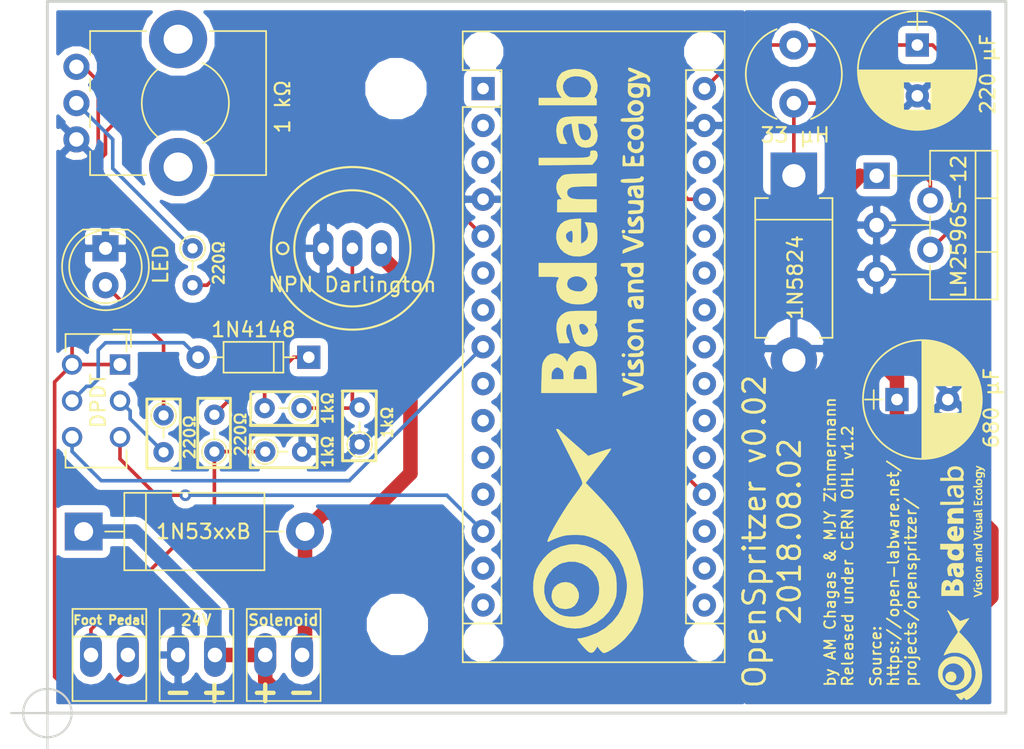
<source format=kicad_pcb>
(kicad_pcb (version 20171130) (host pcbnew "(5.0.0)")
  (layers (0 F.Cu signal) (31 B.Cu signal hide) (34 B.Paste user) (35 F.Paste user) (36 B.SilkS user) (37 F.SilkS user) (38 B.Mask user) (39 F.Mask user) (44 Edge.Cuts user))
  (net 0 "")
  (net 1 "Net-(A1-Pad16)")
  (net 2 "Net-(A1-Pad15)")
  (net 3 "Net-(A1-Pad30)")
  (net 4 "Net-(A1-Pad14)")
  (net 5 GNDREF)
  (net 6 "Net-(A1-Pad13)")
  (net 7 "Net-(A1-Pad28)")
  (net 8 "Net-(A1-Pad12)")
  (net 9 "Net-(A1-Pad27)")
  (net 10 "Net-(A1-Pad11)")
  (net 11 "Net-(A1-Pad26)")
  (net 12 "Net-(A1-Pad10)")
  (net 13 "Net-(A1-Pad25)")
  (net 14 "Net-(A1-Pad9)")
  (net 15 "Net-(A1-Pad24)")
  (net 16 "Net-(A1-Pad8)")
  (net 17 "Net-(A1-Pad23)")
  (net 18 "Net-(A1-Pad7)")
  (net 19 "Net-(A1-Pad22)")
  (net 20 "Net-(A1-Pad6)")
  (net 21 "Net-(A1-Pad21)")
  (net 22 "Net-(A1-Pad5)")
  (net 23 "Net-(A1-Pad20)")
  (net 24 "Net-(A1-Pad19)")
  (net 25 "Net-(A1-Pad3)")
  (net 26 "Net-(A1-Pad18)")
  (net 27 "Net-(A1-Pad2)")
  (net 28 "Net-(A1-Pad17)")
  (net 29 "Net-(A1-Pad1)")
  (net 30 "Net-(D1-Pad2)")
  (net 31 "Net-(D2-Pad2)")
  (net 32 "Net-(D2-Pad1)")
  (net 33 "Net-(D3-Pad2)")
  (net 34 "Net-(J1-Pad1)")
  (net 35 "Net-(Q1-Pad2)")
  (net 36 "Net-(R1-Pad1)")
  (net 37 "Net-(R2-Pad2)")
  (net 38 "Net-(C1-Pad1)")
  (net 39 "Net-(D4-Pad1)")
  (module Transistors_OldSowjetAera:OldSowjetaera_Transistor_Type-I_BigPads (layer F.Cu) (at 104 98)
    (fp_text reference Q1 hide)
    (fp_text value "NPN Darlington" (at 0 2.5 180) (layer F.SilkS))
    (pad 2 thru_hole oval (at 0 0) (size 1.4 2.5) (drill 0.8) (layers *.Cu *.Mask) (net 35 "Net-(Q1-Pad2)"))
    (pad 1 thru_hole oval (at -2 0) (size 1.4 2.5) (drill 0.8) (layers *.Cu *.Mask) (net 5 GNDREF))
    (pad 3 thru_hole oval (at 2 0) (size 1.4 2.5) (drill 0.8) (layers *.Cu *.Mask) (net 33 "Net-(D3-Pad2)"))
  )
  (module Potentiometers:Potentiometer_Alps_RK09K_Horizontal (layer F.Cu) (at 85 90.5)
    (fp_text reference RV1 hide)
    (fp_text value "1 kΩ" (at 14.2 -2.25 90) (layer F.SilkS))
    (pad 3 thru_hole circle (at 0 -5) (size 1.8 1.8) (drill 1) (layers *.Cu *.Mask) (net 9 "Net-(A1-Pad27)"))
    (pad 2 thru_hole circle (at 0 -2.5) (size 1.8 1.8) (drill 1) (layers *.Cu *.Mask) (net 36 "Net-(R1-Pad1)"))
    (pad 1 thru_hole circle (at 0 0) (size 1.8 1.8) (drill 1) (layers *.Cu *.Mask) (net 5 GNDREF))
    (pad 0 np_thru_hole circle (at 7 -6.9) (size 4 4) (drill 2) (layers *.Cu *.Mask))
    (pad 0 np_thru_hole circle (at 7 1.9) (size 4 4) (drill 2) (layers *.Cu *.Mask))
  )
  (module Buttons_Switches_THT:SW_CuK_JS202011AQN_DPDT_Angled (layer F.Cu) (at 88 106 270)
    (fp_text reference SW1 hide)
    (fp_text value DPDT (at 2.5 1.5 90) (layer F.SilkS))
    (pad 1 thru_hole rect (at 0 0 270) (size 1.4 1.4) (drill 0.9) (layers *.Cu *.Mask) (net 9 "Net-(A1-Pad27)"))
    (pad 2 thru_hole circle (at 2.5 0 270) (size 1.4 1.4) (drill 0.9) (layers *.Cu *.Mask) (net 37 "Net-(R2-Pad2)"))
    (pad 3 thru_hole circle (at 5 0 270) (size 1.4 1.4) (drill 0.9) (layers *.Cu *.Mask) (net 6 "Net-(A1-Pad13)"))
    (pad 4 thru_hole circle (at 0 3.3 270) (size 1.4 1.4) (drill 0.9) (layers *.Cu *.Mask) (net 9 "Net-(A1-Pad27)"))
    (pad 5 thru_hole circle (at 2.5 3.3 270) (size 1.4 1.4) (drill 0.9) (layers *.Cu *.Mask) (net 31 "Net-(D2-Pad2)"))
    (pad 6 thru_hole circle (at 5 3.3 270) (size 1.4 1.4) (drill 0.9) (layers *.Cu *.Mask) (net 16 "Net-(A1-Pad8)"))
  )
  (module Modules:Arduino_Nano_WithMountingHoles (layer F.Cu) (at 113 87)
    (fp_text reference A1 hide)
    (fp_text value Arduino_Nano_v3.x)
    (pad 1 thru_hole rect (at 0 0) (size 1.6 1.6) (drill 0.8) (layers *.Cu *.Mask) (net 29 "Net-(A1-Pad1)"))
    (pad 17 thru_hole oval (at 15.24 33.02) (size 1.6 1.6) (drill 0.8) (layers *.Cu *.Mask) (net 28 "Net-(A1-Pad17)"))
    (pad 2 thru_hole oval (at 0 2.54) (size 1.6 1.6) (drill 0.8) (layers *.Cu *.Mask) (net 27 "Net-(A1-Pad2)"))
    (pad 18 thru_hole oval (at 15.24 30.48) (size 1.6 1.6) (drill 0.8) (layers *.Cu *.Mask) (net 26 "Net-(A1-Pad18)"))
    (pad 3 thru_hole oval (at 0 5.08) (size 1.6 1.6) (drill 0.8) (layers *.Cu *.Mask) (net 25 "Net-(A1-Pad3)"))
    (pad 19 thru_hole oval (at 15.24 27.94) (size 1.6 1.6) (drill 0.8) (layers *.Cu *.Mask) (net 24 "Net-(A1-Pad19)"))
    (pad 4 thru_hole oval (at 0 7.62) (size 1.6 1.6) (drill 0.8) (layers *.Cu *.Mask) (net 5 GNDREF))
    (pad 20 thru_hole oval (at 15.24 25.4) (size 1.6 1.6) (drill 0.8) (layers *.Cu *.Mask) (net 23 "Net-(A1-Pad20)"))
    (pad 5 thru_hole oval (at 0 10.16) (size 1.6 1.6) (drill 0.8) (layers *.Cu *.Mask) (net 22 "Net-(A1-Pad5)"))
    (pad 21 thru_hole oval (at 15.24 22.86) (size 1.6 1.6) (drill 0.8) (layers *.Cu *.Mask) (net 21 "Net-(A1-Pad21)"))
    (pad 6 thru_hole oval (at 0 12.7) (size 1.6 1.6) (drill 0.8) (layers *.Cu *.Mask) (net 20 "Net-(A1-Pad6)"))
    (pad 22 thru_hole oval (at 15.24 20.32) (size 1.6 1.6) (drill 0.8) (layers *.Cu *.Mask) (net 19 "Net-(A1-Pad22)"))
    (pad 7 thru_hole oval (at 0 15.24) (size 1.6 1.6) (drill 0.8) (layers *.Cu *.Mask) (net 18 "Net-(A1-Pad7)"))
    (pad 23 thru_hole oval (at 15.24 17.78) (size 1.6 1.6) (drill 0.8) (layers *.Cu *.Mask) (net 17 "Net-(A1-Pad23)"))
    (pad 8 thru_hole oval (at 0 17.78) (size 1.6 1.6) (drill 0.8) (layers *.Cu *.Mask) (net 16 "Net-(A1-Pad8)"))
    (pad 24 thru_hole oval (at 15.24 15.24) (size 1.6 1.6) (drill 0.8) (layers *.Cu *.Mask) (net 15 "Net-(A1-Pad24)"))
    (pad 9 thru_hole oval (at 0 20.32) (size 1.6 1.6) (drill 0.8) (layers *.Cu *.Mask) (net 14 "Net-(A1-Pad9)"))
    (pad 25 thru_hole oval (at 15.24 12.7) (size 1.6 1.6) (drill 0.8) (layers *.Cu *.Mask) (net 13 "Net-(A1-Pad25)"))
    (pad 10 thru_hole oval (at 0 22.86) (size 1.6 1.6) (drill 0.8) (layers *.Cu *.Mask) (net 12 "Net-(A1-Pad10)"))
    (pad 26 thru_hole oval (at 15.24 10.16) (size 1.6 1.6) (drill 0.8) (layers *.Cu *.Mask) (net 11 "Net-(A1-Pad26)"))
    (pad 11 thru_hole oval (at 0 25.4) (size 1.6 1.6) (drill 0.8) (layers *.Cu *.Mask) (net 10 "Net-(A1-Pad11)"))
    (pad 27 thru_hole oval (at 15.24 7.62) (size 1.6 1.6) (drill 0.8) (layers *.Cu *.Mask) (net 9 "Net-(A1-Pad27)"))
    (pad 12 thru_hole oval (at 0 27.94) (size 1.6 1.6) (drill 0.8) (layers *.Cu *.Mask) (net 8 "Net-(A1-Pad12)"))
    (pad 28 thru_hole oval (at 15.24 5.08) (size 1.6 1.6) (drill 0.8) (layers *.Cu *.Mask) (net 7 "Net-(A1-Pad28)"))
    (pad 13 thru_hole oval (at 0 30.48) (size 1.6 1.6) (drill 0.8) (layers *.Cu *.Mask) (net 6 "Net-(A1-Pad13)"))
    (pad 29 thru_hole oval (at 15.24 2.54) (size 1.6 1.6) (drill 0.8) (layers *.Cu *.Mask) (net 5 GNDREF))
    (pad 14 thru_hole oval (at 0 33.02) (size 1.6 1.6) (drill 0.8) (layers *.Cu *.Mask) (net 4 "Net-(A1-Pad14)"))
    (pad 30 thru_hole oval (at 15.24 0) (size 1.6 1.6) (drill 0.8) (layers *.Cu *.Mask) (net 3 "Net-(A1-Pad30)"))
    (pad 15 thru_hole oval (at 0 35.56) (size 1.6 1.6) (drill 0.8) (layers *.Cu *.Mask) (net 2 "Net-(A1-Pad15)"))
    (pad 16 thru_hole oval (at 15.24 35.56) (size 1.6 1.6) (drill 0.8) (layers *.Cu *.Mask) (net 1 "Net-(A1-Pad16)"))
    (pad "" np_thru_hole circle (at 0 -2.54) (size 1.78 1.78) (drill 1.78) (layers *.Cu *.Mask))
    (pad "" np_thru_hole circle (at 15.24 -2.54) (size 1.78 1.78) (drill 1.78) (layers *.Cu *.Mask))
    (pad "" np_thru_hole circle (at 15.24 38.1) (size 1.78 1.78) (drill 1.78) (layers *.Cu *.Mask))
    (pad "" np_thru_hole circle (at 0 38.1) (size 1.78 1.78) (drill 1.78) (layers *.Cu *.Mask))
  )
  (module LEDs:LED_D5.0mm (layer F.Cu) (at 87 98 270)
    (fp_text reference D1 hide)
    (fp_text value LED (at 1.1 -3.8 270) (layer F.SilkS))
    (pad 1 thru_hole rect (at 0 0 270) (size 1.8 1.8) (drill 0.9) (layers *.Cu *.Mask) (net 5 GNDREF))
    (pad 2 thru_hole circle (at 2.54 0 270) (size 1.8 1.8) (drill 0.9) (layers *.Cu *.Mask) (net 30 "Net-(D1-Pad2)"))
  )
  (module Diodes_THT:D_DO-35_SOD27_P7.62mm_Horizontal (layer F.Cu) (at 101 105.5 180)
    (fp_text reference D2 hide)
    (fp_text value 1N4148 (at 3.81 1.9 180) (layer F.SilkS))
    (pad 1 thru_hole rect (at 0 0 180) (size 1.6 1.6) (drill 0.8) (layers *.Cu *.Mask) (net 32 "Net-(D2-Pad1)"))
    (pad 2 thru_hole oval (at 7.62 0 180) (size 1.6 1.6) (drill 0.8) (layers *.Cu *.Mask) (net 31 "Net-(D2-Pad2)"))
  )
  (module Diodes_THT:D_DO-201_P15.24mm_Horizontal (layer F.Cu) (at 85.5 117.5)
    (fp_text reference D3 hide)
    (fp_text value 1N53xxB (at 8.25 0 180) (layer F.SilkS))
    (pad 1 thru_hole rect (at 0 0) (size 2.6 2.6) (drill 1.3) (layers *.Cu *.Mask) (net 38 "Net-(C1-Pad1)"))
    (pad 2 thru_hole oval (at 15.24 0) (size 2.6 2.6) (drill 1.3) (layers *.Cu *.Mask) (net 33 "Net-(D3-Pad2)"))
  )
  (module Connectors:PINHEAD1-2 (layer F.Cu) (at 86 126)
    (fp_text reference J1 hide)
    (fp_text value "Foot Pedal" (at 1.25 -2.4) (layer F.SilkS) (effects (font (size 0.6 0.6))))
    (pad 1 thru_hole oval (at 0 0) (size 1.51 3.01) (drill 1) (layers *.Cu *.Mask) (net 34 "Net-(J1-Pad1)"))
    (pad 2 thru_hole oval (at 2.54 0) (size 1.51 3.01) (drill 1) (layers *.Cu *.Mask) (net 9 "Net-(A1-Pad27)"))
  )
  (module Connectors:PINHEAD1-2 (layer F.Cu) (at 92 126)
    (fp_text reference J2 hide)
    (fp_text value 24V (at 1.25 -2.4) (layer F.SilkS) (effects (font (size 0.75 0.75))))
    (pad 1 thru_hole oval (at 0 0) (size 1.51 3.01) (drill 1) (layers *.Cu *.Mask) (net 5 GNDREF))
    (pad 2 thru_hole oval (at 2.54 0) (size 1.51 3.01) (drill 1) (layers *.Cu *.Mask) (net 38 "Net-(C1-Pad1)"))
  )
  (module Connectors:PINHEAD1-2 (layer F.Cu) (at 98 126)
    (fp_text reference J3 hide)
    (fp_text value Solenoid (at 1.25 -2.4) (layer F.SilkS) (effects (font (size 0.75 0.75))))
    (pad 1 thru_hole oval (at 0 0) (size 1.51 3.01) (drill 1) (layers *.Cu *.Mask) (net 38 "Net-(C1-Pad1)"))
    (pad 2 thru_hole oval (at 2.54 0) (size 1.51 3.01) (drill 1) (layers *.Cu *.Mask) (net 33 "Net-(D3-Pad2)"))
  )
  (module Resistors_THT:R_Axial_DIN0204_L3.6mm_D1.6mm_P2.54mm_Vertical (layer F.Cu) (at 93 98 270)
    (fp_text reference R1 hide)
    (fp_text value 220Ω (at 1 -1.8 90) (layer F.SilkS) (effects (font (size 0.75 0.75))))
    (pad 1 thru_hole circle (at 0 0 270) (size 1.4 1.4) (drill 0.7) (layers *.Cu *.Mask) (net 36 "Net-(R1-Pad1)"))
    (pad 2 thru_hole oval (at 2.54 0 270) (size 1.4 1.4) (drill 0.7) (layers *.Cu *.Mask) (net 24 "Net-(A1-Pad19)"))
  )
  (module Resistors_THT:R_Axial_DIN0204_L3.6mm_D1.6mm_P2.54mm_Vertical (layer F.Cu) (at 91 109.5 270)
    (fp_text reference R2 hide)
    (fp_text value 220Ω (at 1.5 -1.8 90) (layer F.SilkS) (effects (font (size 0.75 0.75))))
    (pad 1 thru_hole circle (at 0 0 270) (size 1.4 1.4) (drill 0.7) (layers *.Cu *.Mask) (net 30 "Net-(D1-Pad2)"))
    (pad 2 thru_hole oval (at 2.54 0 270) (size 1.4 1.4) (drill 0.7) (layers *.Cu *.Mask) (net 37 "Net-(R2-Pad2)"))
  )
  (module Resistors_THT:R_Axial_DIN0204_L3.6mm_D1.6mm_P2.54mm_Vertical (layer F.Cu) (at 94.5 112 90)
    (fp_text reference R3 hide)
    (fp_text value 220Ω (at 1.2 1.8 270) (layer F.SilkS) (effects (font (size 0.75 0.75))))
    (pad 1 thru_hole circle (at 0 0 90) (size 1.4 1.4) (drill 0.7) (layers *.Cu *.Mask) (net 34 "Net-(J1-Pad1)"))
    (pad 2 thru_hole oval (at 2.54 0 90) (size 1.4 1.4) (drill 0.7) (layers *.Cu *.Mask) (net 22 "Net-(A1-Pad5)"))
  )
  (module Resistors_THT:R_Axial_DIN0204_L3.6mm_D1.6mm_P2.54mm_Vertical (layer F.Cu) (at 100.5 109 180)
    (fp_text reference R4 hide)
    (fp_text value 1kΩ (at -1.8 0 270) (layer F.SilkS) (effects (font (size 0.75 0.75))))
    (pad 1 thru_hole circle (at 0 0 180) (size 1.4 1.4) (drill 0.7) (layers *.Cu *.Mask) (net 35 "Net-(Q1-Pad2)"))
    (pad 2 thru_hole oval (at 2.54 0 180) (size 1.4 1.4) (drill 0.7) (layers *.Cu *.Mask) (net 32 "Net-(D2-Pad1)"))
  )
  (module Resistors_THT:R_Axial_DIN0204_L3.6mm_D1.6mm_P2.54mm_Vertical (layer F.Cu) (at 98 112)
    (fp_text reference R5 hide)
    (fp_text value 1kΩ (at 4.3 0 90) (layer F.SilkS) (effects (font (size 0.75 0.75))))
    (pad 1 thru_hole circle (at 0 0) (size 1.4 1.4) (drill 0.7) (layers *.Cu *.Mask) (net 34 "Net-(J1-Pad1)"))
    (pad 2 thru_hole oval (at 2.54 0) (size 1.4 1.4) (drill 0.7) (layers *.Cu *.Mask) (net 5 GNDREF))
  )
  (module Resistors_THT:R_Axial_DIN0204_L3.6mm_D1.6mm_P2.54mm_Vertical (layer F.Cu) (at 104.5 111.5 90)
    (fp_text reference R6 hide)
    (fp_text value 1kΩ (at 1.5 1.9 270) (layer F.SilkS) (effects (font (size 0.75 0.75))))
    (pad 1 thru_hole circle (at 0 0 90) (size 1.4 1.4) (drill 0.7) (layers *.Cu *.Mask) (net 5 GNDREF))
    (pad 2 thru_hole oval (at 2.54 0 90) (size 1.4 1.4) (drill 0.7) (layers *.Cu *.Mask) (net 35 "Net-(Q1-Pad2)"))
  )
  (module Mounting_Holes:MountingHole_3.2mm_M3 (layer F.Cu) (at 107 87)
    (fp_text reference "" (at 0 -4.2) (layer F.SilkS))
    (fp_text value "" hide)
    (pad 1 np_thru_hole circle (at 0 0) (size 3.2 3.2) (drill 3.2) (layers *.Cu *.Mask))
  )
  (module Capacitors_THT:CP_Radial_D8.0mm_P3.50mm (layer F.Cu) (at 141.5 108.41)
    (fp_text reference C1 hide)
    (fp_text value "680 µF" (at 6.5 0.59 90) (layer F.SilkS))
    (pad 1 thru_hole rect (at 0 0) (size 1.6 1.6) (drill 0.8) (layers *.Cu *.Mask) (net 38 "Net-(C1-Pad1)"))
    (pad 2 thru_hole circle (at 3.5 0) (size 1.6 1.6) (drill 0.8) (layers *.Cu *.Mask) (net 5 GNDREF))
  )
  (module Capacitors_THT:CP_Radial_D8.0mm_P3.50mm (layer F.Cu) (at 142.9 84 270)
    (fp_text reference C2 hide)
    (fp_text value "220 µF" (at 2 -4.85 270) (layer F.SilkS))
    (pad 1 thru_hole rect (at 0 0 270) (size 1.6 1.6) (drill 0.8) (layers *.Cu *.Mask) (net 3 "Net-(A1-Pad30)"))
    (pad 2 thru_hole circle (at 3.5 0 270) (size 1.6 1.6) (drill 0.8) (layers *.Cu *.Mask) (net 5 GNDREF))
  )
  (module Diodes_THT:D_DO-201AD_P12.70mm_Horizontal (layer F.Cu) (at 134.4 93 270)
    (fp_text reference D4 hide)
    (fp_text value 1N5824 (at 7 -0.1 270) (layer F.SilkS))
    (pad 1 thru_hole rect (at 0 0 270) (size 3.2 3.2) (drill 1.6) (layers *.Cu *.Mask) (net 39 "Net-(D4-Pad1)"))
    (pad 2 thru_hole oval (at 12.7 0 270) (size 3.2 3.2) (drill 1.6) (layers *.Cu *.Mask) (net 5 GNDREF))
  )
  (module Inductors_THT:L_Radial_D6.0mm_P4.00mm (layer F.Cu) (at 134.4 84 270)
    (fp_text reference L1 hide)
    (fp_text value "33 µH" (at 6.2 -0.1) (layer F.SilkS))
    (pad 1 thru_hole circle (at 0 0 270) (size 2 2) (drill 1) (layers *.Cu *.Mask) (net 3 "Net-(A1-Pad30)"))
    (pad 2 thru_hole circle (at 4 0 270) (size 2 2) (drill 1) (layers *.Cu *.Mask) (net 39 "Net-(D4-Pad1)"))
  )
  (module TO_SOT_Packages_THT:TO-220-5_Vertical_StaggeredType1 (layer F.Cu) (at 140.1 93 270)
    (fp_text reference U1 hide)
    (fp_text value LM2596S-12 (at 3.5 -5.65 90) (layer F.SilkS))
    (pad 1 thru_hole rect (at 0 0 270) (size 1.8 1.8) (drill 1) (layers *.Cu *.Mask) (net 38 "Net-(C1-Pad1)"))
    (pad 2 thru_hole oval (at 1.7 -3.7 270) (size 1.8 1.8) (drill 1) (layers *.Cu *.Mask) (net 39 "Net-(D4-Pad1)"))
    (pad 3 thru_hole oval (at 3.4 0 270) (size 1.8 1.8) (drill 1) (layers *.Cu *.Mask) (net 5 GNDREF))
    (pad 4 thru_hole oval (at 5.1 -3.7 270) (size 1.8 1.8) (drill 1) (layers *.Cu *.Mask) (net 3 "Net-(A1-Pad30)"))
    (pad 5 thru_hole oval (at 6.8 0 270) (size 1.8 1.8) (drill 1) (layers *.Cu *.Mask) (net 5 GNDREF))
  )
  (module Mounting_Holes:MountingHole_3.2mm_M3 (layer F.Cu) (at 107 124)
    (fp_text reference "" hide)
    (fp_text value "")
    (pad 1 np_thru_hole circle (at 0 0) (size 3.2 3.2) (drill 3.2) (layers *.Cu *.Mask))
  )
  (module "Maxime:logo 400" (layer F.Cu) (at 120 102.5 90)
    (fp_text reference "" hide)
    (fp_text value "" hide)
  )
  (module "Maxime:logo 1000" (layer F.Cu) (at 145.75 119.75 90)
    (fp_text reference G*** hide)
    (fp_text value LOGO hide)
  )
  (gr_line (start 96.975 110.85) (end 96.975 113.05) (layer F.SilkS) (width 0.2))
  (gr_line (start 97 110.2) (end 101.4 110.2) (layer F.SilkS) (width 0.2))
  (gr_line (start 97 108) (end 97 110.2) (layer F.SilkS) (width 0.2))
  (gr_line (start 105.65 107.825) (end 103.3 107.825) (layer F.SilkS) (width 0.2))
  (gr_line (start 105.625 112.625) (end 105.65 107.95) (layer F.SilkS) (width 0.2))
  (gr_line (start 103.325 107.95) (end 103.325 112.625) (layer F.SilkS) (width 0.2))
  (gr_line (start 103.325 112.625) (end 105.625 112.625) (layer F.SilkS) (width 0.2))
  (gr_line (start 101.6 110.2) (end 101.6 107.875) (layer F.SilkS) (width 0.2))
  (gr_line (start 101.6 107.875) (end 97.075 107.875) (layer F.SilkS) (width 0.2))
  (gr_line (start 96.975 110.175) (end 101.6 110.2) (layer F.SilkS) (width 0.2))
  (gr_line (start 96.975 110.85) (end 101.575 110.875) (layer F.SilkS) (width 0.2))
  (gr_line (start 101.575 113.1) (end 96.975 113.1) (layer F.SilkS) (width 0.2))
  (gr_line (start 101.575 110.875) (end 101.575 113.1) (layer F.SilkS) (width 0.2))
  (gr_line (start 96.975 113.1) (end 96.975 113.075) (layer F.SilkS) (width 0.2))
  (gr_line (start 93.35 113.1) (end 95.6 113.1) (layer F.SilkS) (width 0.2))
  (gr_line (start 95.6 113.1) (end 95.6 108.475) (layer F.SilkS) (width 0.2))
  (gr_line (start 95.6 108.325) (end 93.375 108.325) (layer F.SilkS) (width 0.2))
  (gr_line (start 93.35 108.475) (end 93.35 113.1) (layer F.SilkS) (width 0.2))
  (gr_line (start 92.15 108.375) (end 92.15 113.05) (layer F.SilkS) (width 0.2))
  (gr_line (start 89.85 108.375) (end 92.025 108.375) (layer F.SilkS) (width 0.2))
  (gr_line (start 89.85 113.15) (end 89.85 108.375) (layer F.SilkS) (width 0.2))
  (gr_line (start 92.15 113.15) (end 89.85 113.15) (layer F.SilkS) (width 0.2))
  (gr_line (start 92.15 113.05) (end 92.15 113.15) (layer F.SilkS) (width 0.2))
  (gr_line (start 95.6 108.475) (end 95.6 108.325) (layer F.SilkS) (width 0.2))
  (gr_line (start 105.65 107.95) (end 105.65 107.825) (layer F.SilkS) (width 0.2))
  (gr_text "by AM Chagas & MJY Zimmermann\nReleased under CERN OHL v1.2" (at 137.5 128.25 90) (layer F.SilkS) (effects (font (size 0.75 0.75) (thickness 0.125)) (justify left)))
  (gr_text "Source:\nhttps://open-labware.net/\nprojects/openspritzer/" (at 141.25 128.25 90) (layer F.SilkS) (effects (font (size 0.75 0.75) (thickness 0.125)) (justify left)))
  (gr_text "OpenSpritzer v0.02\n2018.08.02" (at 132.9 117.5 -270) (layer F.SilkS) (effects (font (size 1.5 1.5) (thickness 0.2))))
  (gr_line (start 83 130) (end 83.5 130) (layer Edge.Cuts) (width 0.2))
  (gr_line (start 83 81) (end 83 130) (layer Edge.Cuts) (width 0.2))
  (gr_line (start 149 81) (end 83 81) (layer Edge.Cuts) (width 0.2))
  (gr_line (start 149 130) (end 149 81) (layer Edge.Cuts) (width 0.2))
  (gr_line (start 83.5 130) (end 149 130) (layer Edge.Cuts) (width 0.2))
  (target plus (at 83 130) (size 5) (width 0.15) (layer Edge.Cuts))
  (gr_text - (at 100.5 128.5) (layer F.SilkS) (effects (font (size 1.5 1.5) (thickness 0.3))))
  (gr_text + (at 98 128.5) (layer F.SilkS) (effects (font (size 1.5 1.5) (thickness 0.3))))
  (gr_text - (at 92 128.5) (layer F.SilkS) (effects (font (size 1.5 1.5) (thickness 0.3)) (justify mirror)))
  (gr_text "+\n" (at 94.5 128.5) (layer F.SilkS) (effects (font (size 1.5 1.5) (thickness 0.3)) (justify mirror)))
  (segment (start 131.24 84) (end 134.4 84) (width 0.25) (layer F.Cu) (net 3))
  (segment (start 128.24 87) (end 131.24 84) (width 0.25) (layer F.Cu) (net 3))
  (segment (start 134.4 84) (end 142.9 84) (width 0.25) (layer F.Cu) (net 3))
  (segment (start 143.95 84) (end 147.7 87.75) (width 0.25) (layer F.Cu) (net 3))
  (segment (start 142.9 84) (end 143.95 84) (width 0.25) (layer F.Cu) (net 3))
  (segment (start 147.7 94.2) (end 143.8 98.1) (width 0.25) (layer F.Cu) (net 3))
  (segment (start 147.7 87.75) (end 147.7 94.2) (width 0.25) (layer F.Cu) (net 3))
  (via (at 92.5 115) (size 0.8) (drill 0.4) (layers F.Cu B.Cu) (net 6))
  (segment (start 92.5 115) (end 90.5 115) (width 0.25) (layer F.Cu) (net 6))
  (segment (start 88 112.5) (end 88 111) (width 0.25) (layer F.Cu) (net 6))
  (segment (start 90.5 115) (end 88 112.5) (width 0.25) (layer F.Cu) (net 6))
  (segment (start 112.02 116.5) (end 113 117.48) (width 0.25) (layer B.Cu) (net 6))
  (segment (start 112 116.5) (end 112.02 116.5) (width 0.25) (layer B.Cu) (net 6))
  (segment (start 92.5 115) (end 110.5 115) (width 0.25) (layer B.Cu) (net 6))
  (segment (start 110.5 115) (end 112 116.5) (width 0.25) (layer B.Cu) (net 6))
  (segment (start 84.7 106) (end 88 106) (width 0.25) (layer F.Cu) (net 9))
  (segment (start 85 85.5) (end 85.5 85.5) (width 0.25) (layer F.Cu) (net 9))
  (segment (start 85.5 85.5) (end 86.5 86.5) (width 0.25) (layer F.Cu) (net 9))
  (segment (start 86.5 86.5) (end 86.5 92) (width 0.25) (layer F.Cu) (net 9))
  (segment (start 84.7 93.8) (end 84.7 106) (width 0.25) (layer F.Cu) (net 9))
  (segment (start 86.5 92) (end 84.7 93.8) (width 0.25) (layer F.Cu) (net 9))
  (segment (start 127.10863 94.62) (end 126.48863 94) (width 0.25) (layer F.Cu) (net 9))
  (segment (start 128.24 94.62) (end 127.10863 94.62) (width 0.25) (layer F.Cu) (net 9))
  (segment (start 126.48863 94) (end 126.48863 93.98863) (width 0.25) (layer F.Cu) (net 9))
  (segment (start 126.48863 93.98863) (end 125.5 93) (width 0.25) (layer F.Cu) (net 9))
  (segment (start 125.5 88.36359) (end 119.13641 82) (width 0.25) (layer F.Cu) (net 9))
  (segment (start 125.5 93) (end 125.5 88.36359) (width 0.25) (layer F.Cu) (net 9))
  (segment (start 119.13641 82) (end 105.5 82) (width 0.25) (layer F.Cu) (net 9))
  (segment (start 88 89) (end 87 90) (width 0.25) (layer F.Cu) (net 9))
  (segment (start 87 90) (end 87 91.5) (width 0.25) (layer F.Cu) (net 9))
  (segment (start 87 91.5) (end 86.5 92) (width 0.25) (layer F.Cu) (net 9))
  (segment (start 88.54 126) (end 88.54 126.75) (width 0.25) (layer F.Cu) (net 9))
  (segment (start 83.5 127.5) (end 83.5 107.2) (width 0.25) (layer F.Cu) (net 9))
  (segment (start 83.5 107.2) (end 84.7 106) (width 0.25) (layer F.Cu) (net 9))
  (segment (start 88.54 126) (end 88.54 126.96) (width 0.25) (layer F.Cu) (net 9))
  (segment (start 88.54 126.96) (end 87 128.5) (width 0.25) (layer F.Cu) (net 9))
  (segment (start 87 128.5) (end 84.5 128.5) (width 0.25) (layer F.Cu) (net 9))
  (segment (start 84.5 128.5) (end 83.5 127.5) (width 0.25) (layer F.Cu) (net 9))
  (segment (start 88 89) (end 90.5 86.5) (width 0.25) (layer F.Cu) (net 9))
  (segment (start 90.5 86.5) (end 92.5 86.5) (width 0.25) (layer F.Cu) (net 9))
  (segment (start 92.5 86.5) (end 93 86.5) (width 0.25) (layer F.Cu) (net 9))
  (segment (start 93 86.5) (end 95.5 84) (width 0.25) (layer F.Cu) (net 9))
  (segment (start 95.5 84) (end 95.5 83) (width 0.25) (layer F.Cu) (net 9))
  (segment (start 95.5 83) (end 96.5 82) (width 0.25) (layer F.Cu) (net 9))
  (segment (start 96.5 82) (end 105.5 82) (width 0.25) (layer F.Cu) (net 9))
  (segment (start 103.78 114) (end 113 104.78) (width 0.25) (layer B.Cu) (net 16))
  (segment (start 86.710051 114) (end 103.78 114) (width 0.25) (layer B.Cu) (net 16))
  (segment (start 84.7 111) (end 84.7 111.989949) (width 0.25) (layer B.Cu) (net 16))
  (segment (start 84.7 111.989949) (end 86.710051 114) (width 0.25) (layer B.Cu) (net 16))
  (segment (start 94.5 109.46) (end 100 103.96) (width 0.25) (layer F.Cu) (net 22))
  (segment (start 100 103.96) (end 100 97) (width 0.25) (layer F.Cu) (net 22))
  (segment (start 100 97) (end 101 96) (width 0.25) (layer F.Cu) (net 22))
  (segment (start 111.84 96) (end 113 97.16) (width 0.25) (layer F.Cu) (net 22))
  (segment (start 101 96) (end 111.84 96) (width 0.25) (layer F.Cu) (net 22))
  (segment (start 125 88.5) (end 125 111.7) (width 0.25) (layer F.Cu) (net 24))
  (segment (start 93 100.54) (end 93.989949 100.54) (width 0.25) (layer F.Cu) (net 24))
  (segment (start 93.989949 100.54) (end 95 99.529949) (width 0.25) (layer F.Cu) (net 24))
  (segment (start 125 111.7) (end 128.24 114.94) (width 0.25) (layer F.Cu) (net 24))
  (segment (start 95 86) (end 98.5 82.5) (width 0.25) (layer F.Cu) (net 24))
  (segment (start 95 99.529949) (end 95 86) (width 0.25) (layer F.Cu) (net 24))
  (segment (start 98.5 82.5) (end 119 82.5) (width 0.25) (layer F.Cu) (net 24))
  (segment (start 119 82.5) (end 125 88.5) (width 0.25) (layer F.Cu) (net 24))
  (segment (start 91 104.54) (end 87 100.54) (width 0.25) (layer F.Cu) (net 30))
  (segment (start 91 109.5) (end 91 104.54) (width 0.25) (layer F.Cu) (net 30))
  (segment (start 84.7 108.5) (end 85.7 107.5) (width 0.25) (layer B.Cu) (net 31))
  (segment (start 85.7 107.5) (end 86 107.5) (width 0.25) (layer B.Cu) (net 31))
  (segment (start 86 107.5) (end 86.5 107) (width 0.25) (layer B.Cu) (net 31))
  (segment (start 86.5 107) (end 86.5 105) (width 0.25) (layer B.Cu) (net 31))
  (segment (start 86.5 105) (end 87 104.5) (width 0.25) (layer B.Cu) (net 31))
  (segment (start 92.38 104.5) (end 93.38 105.5) (width 0.25) (layer B.Cu) (net 31))
  (segment (start 87 104.5) (end 92.38 104.5) (width 0.25) (layer B.Cu) (net 31))
  (segment (start 97.96 108.010051) (end 97.96 109) (width 0.25) (layer F.Cu) (net 32))
  (segment (start 97.96 107.49) (end 97.96 108.010051) (width 0.25) (layer F.Cu) (net 32))
  (segment (start 99.95 105.5) (end 97.96 107.49) (width 0.25) (layer F.Cu) (net 32))
  (segment (start 101 105.5) (end 99.95 105.5) (width 0.25) (layer F.Cu) (net 32))
  (segment (start 106 98) (end 106 98.55) (width 0.25) (layer B.Cu) (net 33))
  (segment (start 106 98.55) (end 106 98) (width 1) (layer F.Cu) (net 33))
  (segment (start 108 100.55) (end 106 98.55) (width 1) (layer F.Cu) (net 33))
  (segment (start 108 113.5) (end 108 100.55) (width 1) (layer F.Cu) (net 33))
  (segment (start 105.299999 116.200001) (end 108 113.5) (width 1) (layer F.Cu) (net 33))
  (segment (start 102.039999 116.200001) (end 105.299999 116.200001) (width 1) (layer F.Cu) (net 33))
  (segment (start 100.74 117.5) (end 102.039999 116.200001) (width 1) (layer F.Cu) (net 33))
  (segment (start 100.74 117.5) (end 100.74 125.8) (width 1) (layer F.Cu) (net 33))
  (segment (start 100.74 125.8) (end 100.54 126) (width 1) (layer F.Cu) (net 33))
  (segment (start 98 112) (end 94.5 112) (width 0.25) (layer F.Cu) (net 34))
  (segment (start 94.5 112.989949) (end 94.5 112) (width 0.25) (layer F.Cu) (net 34))
  (segment (start 94.5 115.745) (end 94.5 112.989949) (width 0.25) (layer F.Cu) (net 34))
  (segment (start 86 124.245) (end 94.5 115.745) (width 0.25) (layer F.Cu) (net 34))
  (segment (start 86 126) (end 86 124.245) (width 0.25) (layer F.Cu) (net 34))
  (segment (start 104.5 98.5) (end 104 98) (width 0.25) (layer B.Cu) (net 35))
  (segment (start 104.5 98.5) (end 104 98) (width 0.25) (layer F.Cu) (net 35))
  (segment (start 104.46 109) (end 104.5 108.96) (width 0.25) (layer F.Cu) (net 35))
  (segment (start 100.5 109) (end 104.46 109) (width 0.25) (layer F.Cu) (net 35))
  (segment (start 104 108.46) (end 104.5 108.96) (width 0.25) (layer F.Cu) (net 35))
  (segment (start 104 98) (end 104 108.46) (width 0.25) (layer F.Cu) (net 35))
  (segment (start 87.5 92.5) (end 93 98) (width 0.25) (layer B.Cu) (net 36))
  (segment (start 85 88) (end 87.5 90.5) (width 0.25) (layer B.Cu) (net 36))
  (segment (start 87.5 90.5) (end 87.5 92.5) (width 0.25) (layer B.Cu) (net 36))
  (segment (start 88 108.5) (end 88.699999 109.199999) (width 0.25) (layer B.Cu) (net 37))
  (segment (start 88.699999 109.739999) (end 91 112.04) (width 0.25) (layer B.Cu) (net 37))
  (segment (start 88.699999 109.199999) (end 88.699999 109.739999) (width 0.25) (layer B.Cu) (net 37))
  (segment (start 94.54 126) (end 98 126) (width 1) (layer F.Cu) (net 38))
  (segment (start 89 117.5) (end 85.5 117.5) (width 1) (layer B.Cu) (net 38))
  (segment (start 94.5 123) (end 89 117.5) (width 1) (layer B.Cu) (net 38))
  (segment (start 94.5 125.409463) (end 94.5 123) (width 1) (layer B.Cu) (net 38))
  (segment (start 94.54 126) (end 94.54 125.449463) (width 1) (layer B.Cu) (net 38))
  (segment (start 94.54 125.449463) (end 94.5 125.409463) (width 1) (layer B.Cu) (net 38))
  (segment (start 98 127.755) (end 99.045 128.8) (width 1) (layer F.Cu) (net 38))
  (segment (start 98 126) (end 98 127.755) (width 1) (layer F.Cu) (net 38))
  (segment (start 99.045 128.8) (end 141.2 128.8) (width 1) (layer F.Cu) (net 38))
  (segment (start 141.2 128.8) (end 147.9 122.1) (width 1) (layer F.Cu) (net 38))
  (segment (start 138.95 93) (end 138.1 93.85) (width 1) (layer F.Cu) (net 38))
  (segment (start 140.1 93) (end 138.95 93) (width 0.25) (layer F.Cu) (net 38))
  (segment (start 138.1 93.85) (end 138.1 103.55) (width 1) (layer F.Cu) (net 38))
  (segment (start 147.9 122.1) (end 148 122) (width 0.25) (layer F.Cu) (net 38))
  (segment (start 148 117.45) (end 148 122) (width 1) (layer F.Cu) (net 38))
  (segment (start 148 117.45) (end 141.6 111.05) (width 1) (layer F.Cu) (net 38))
  (segment (start 141.5 106.95) (end 141.5 108.41) (width 1) (layer F.Cu) (net 38))
  (segment (start 138.1 103.55) (end 141.5 106.95) (width 1) (layer F.Cu) (net 38))
  (segment (start 141.5 110.95) (end 141.6 111.05) (width 0.25) (layer F.Cu) (net 38))
  (segment (start 141.5 108.41) (end 141.5 110.95) (width 1) (layer F.Cu) (net 38))
  (segment (start 143.8 93.427208) (end 143.8 94.7) (width 0.25) (layer F.Cu) (net 39))
  (segment (start 138.372792 88) (end 143.8 93.427208) (width 0.25) (layer F.Cu) (net 39))
  (segment (start 134.4 88) (end 138.372792 88) (width 0.25) (layer F.Cu) (net 39))
  (segment (start 134.4 89.414213) (end 134.4 93) (width 0.25) (layer F.Cu) (net 39))
  (segment (start 134.4 88) (end 134.4 89.414213) (width 0.25) (layer F.Cu) (net 39))
  (zone (net 5) (net_name GNDREF) (layer B.Cu) (connect_pads (clearance 0.508)) (min_thickness 0.254) (fill (arc_segments 16) (thermal_gap 0.508) (thermal_bridge_width 0.508))
    (polygon (pts (xy 83.5 128.5) (xy 83.5 81.5) (xy 131 81.5) (xy 131 130) (xy 83.5 130)))
  )
  (zone (net 5) (net_name GNDREF) (layer B.Cu) (connect_pads (clearance 0.508)) (min_thickness 0.254) (fill (arc_segments 16) (thermal_gap 0.508) (thermal_bridge_width 0.508))
    (polygon (pts (xy 131 81.5) (xy 148 81.5) (xy 148 130) (xy 131 130)))
  )
)
</source>
